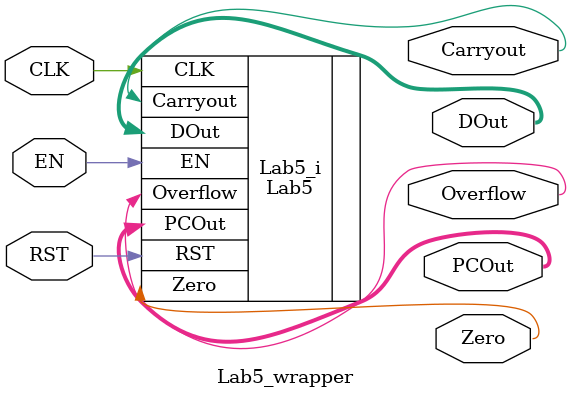
<source format=v>
`timescale 1 ps / 1 ps

module Lab5_wrapper
   (CLK,
    Carryout,
    DOut,
    EN,
    Overflow,
    PCOut,
    RST,
    Zero);
  input CLK;
  output Carryout;
  output [31:0]DOut;
  input EN;
  output Overflow;
  output [4:0]PCOut;
  input RST;
  output Zero;

  wire CLK;
  wire Carryout;
  wire [31:0]DOut;
  wire EN;
  wire Overflow;
  wire [4:0]PCOut;
  wire RST;
  wire Zero;

  Lab5 Lab5_i
       (.CLK(CLK),
        .Carryout(Carryout),
        .DOut(DOut),
        .EN(EN),
        .Overflow(Overflow),
        .PCOut(PCOut),
        .RST(RST),
        .Zero(Zero));
endmodule

</source>
